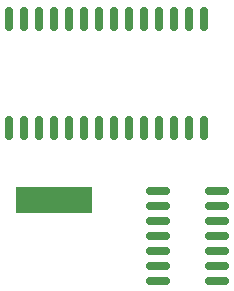
<source format=gbr>
%TF.GenerationSoftware,KiCad,Pcbnew,(6.0.4)*%
%TF.CreationDate,2023-06-25T20:19:56+02:00*%
%TF.ProjectId,CH376_MCP795_Module,43483337-365f-44d4-9350-3739355f4d6f,rev?*%
%TF.SameCoordinates,Original*%
%TF.FileFunction,Paste,Top*%
%TF.FilePolarity,Positive*%
%FSLAX46Y46*%
G04 Gerber Fmt 4.6, Leading zero omitted, Abs format (unit mm)*
G04 Created by KiCad (PCBNEW (6.0.4)) date 2023-06-25 20:19:56*
%MOMM*%
%LPD*%
G01*
G04 APERTURE LIST*
G04 Aperture macros list*
%AMRoundRect*
0 Rectangle with rounded corners*
0 $1 Rounding radius*
0 $2 $3 $4 $5 $6 $7 $8 $9 X,Y pos of 4 corners*
0 Add a 4 corners polygon primitive as box body*
4,1,4,$2,$3,$4,$5,$6,$7,$8,$9,$2,$3,0*
0 Add four circle primitives for the rounded corners*
1,1,$1+$1,$2,$3*
1,1,$1+$1,$4,$5*
1,1,$1+$1,$6,$7*
1,1,$1+$1,$8,$9*
0 Add four rect primitives between the rounded corners*
20,1,$1+$1,$2,$3,$4,$5,0*
20,1,$1+$1,$4,$5,$6,$7,0*
20,1,$1+$1,$6,$7,$8,$9,0*
20,1,$1+$1,$8,$9,$2,$3,0*%
G04 Aperture macros list end*
%ADD10RoundRect,0.150000X-0.825000X-0.150000X0.825000X-0.150000X0.825000X0.150000X-0.825000X0.150000X0*%
%ADD11R,6.500000X2.200000*%
%ADD12RoundRect,0.150000X-0.150000X0.875000X-0.150000X-0.875000X0.150000X-0.875000X0.150000X0.875000X0*%
G04 APERTURE END LIST*
D10*
%TO.C,U0*%
X150941000Y-130556000D03*
X150941000Y-131826000D03*
X150941000Y-133096000D03*
X150941000Y-134366000D03*
X150941000Y-135636000D03*
X150941000Y-136906000D03*
X150941000Y-138176000D03*
X155891000Y-138176000D03*
X155891000Y-136906000D03*
X155891000Y-135636000D03*
X155891000Y-134366000D03*
X155891000Y-133096000D03*
X155891000Y-131826000D03*
X155891000Y-130556000D03*
%TD*%
D11*
%TO.C,Y0*%
X142078000Y-131384000D03*
%TD*%
D12*
%TO.C,U1*%
X154813000Y-116000000D03*
X153543000Y-116000000D03*
X152273000Y-116000000D03*
X151003000Y-116000000D03*
X149733000Y-116000000D03*
X148463000Y-116000000D03*
X147193000Y-116000000D03*
X145923000Y-116000000D03*
X144653000Y-116000000D03*
X143383000Y-116000000D03*
X142113000Y-116000000D03*
X140843000Y-116000000D03*
X139573000Y-116000000D03*
X138303000Y-116000000D03*
X138303000Y-125300000D03*
X139573000Y-125300000D03*
X140843000Y-125300000D03*
X142113000Y-125300000D03*
X143383000Y-125300000D03*
X144653000Y-125300000D03*
X145923000Y-125300000D03*
X147193000Y-125300000D03*
X148463000Y-125300000D03*
X149733000Y-125300000D03*
X151003000Y-125300000D03*
X152273000Y-125300000D03*
X153543000Y-125300000D03*
X154813000Y-125300000D03*
%TD*%
M02*

</source>
